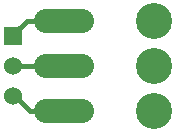
<source format=gtl>
G04 (created by PCBNEW-RS274X (2012-apr-16-27)-stable) date Sat 13 Sep 2014 01:38:15 PM PDT*
G01*
G70*
G90*
%MOIN*%
G04 Gerber Fmt 3.4, Leading zero omitted, Abs format*
%FSLAX34Y34*%
G04 APERTURE LIST*
%ADD10C,0.006000*%
%ADD11R,0.060000X0.060000*%
%ADD12C,0.060000*%
%ADD13O,0.200000X0.080000*%
%ADD14C,0.120000*%
%ADD15C,0.015000*%
G04 APERTURE END LIST*
G54D10*
G54D11*
X41500Y-42000D03*
G54D12*
X41500Y-43000D03*
X41500Y-44000D03*
G54D13*
X43200Y-41500D03*
X43200Y-43000D03*
G54D14*
X46200Y-44500D03*
X46200Y-43000D03*
X46200Y-41500D03*
G54D13*
X43200Y-44500D03*
G54D15*
X41500Y-42000D02*
X41500Y-41950D01*
X41950Y-41500D02*
X43700Y-41500D01*
X41500Y-41950D02*
X41950Y-41500D01*
X41500Y-43000D02*
X43700Y-43000D01*
X41500Y-44000D02*
X41550Y-44000D01*
X42050Y-44500D02*
X43700Y-44500D01*
X41550Y-44000D02*
X42050Y-44500D01*
M02*

</source>
